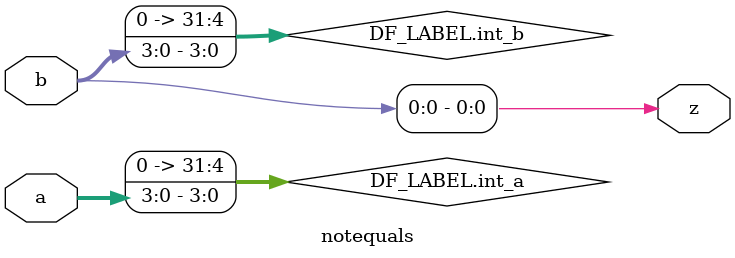
<source format=v>
module notequals(a,b,z);
input [3:0] a,b;
output reg z;
always @( a or b)
begin: DF_LABEL
 integer int_a,int_b;
  int_a=a;
  int_b=b;
  z=!int_a;
 z =int_b;
end
endmodule

</source>
